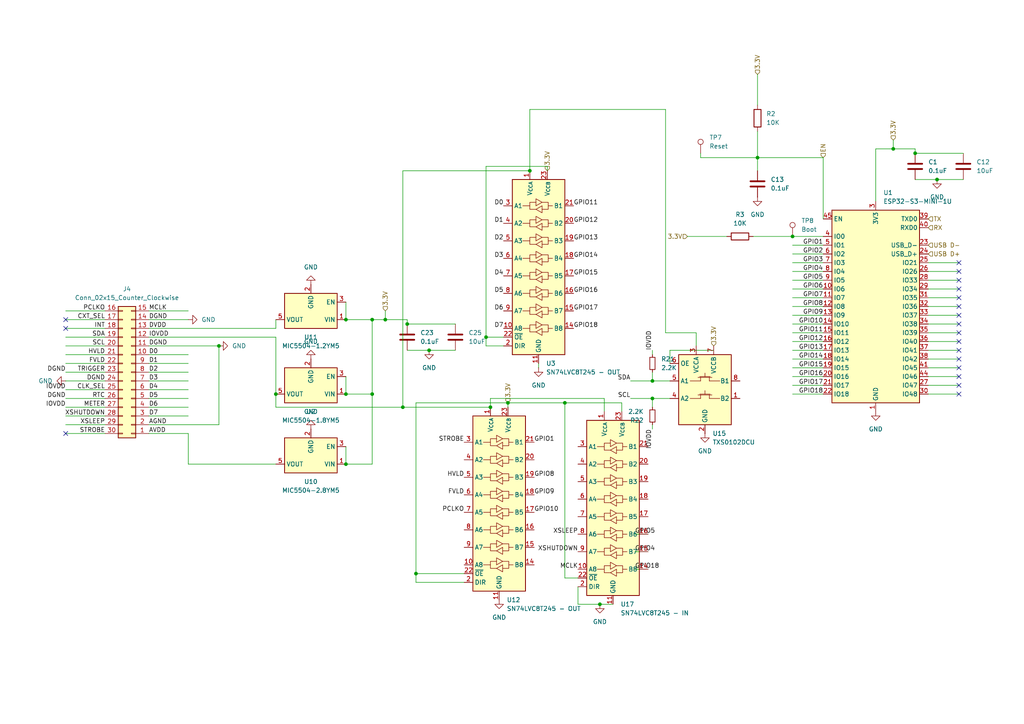
<source format=kicad_sch>
(kicad_sch (version 20250114) (generator "eeschema") (generator_version "9.0")
  (paper "A4")
  (title_block (title "WavePad CM4 Carrier Board - Camera") (rev "1"))
  (lib_symbols
    (symbol "Connector:TestPoint" (pin_numbers (hide yes)) (pin_names (offset 0.762) (hide yes))
      (property "Reference" "TP" (at 0 6.858 0))
      (property "Value" "TestPoint" (at 0 5.08 0))
      (symbol "TestPoint_0_1"
        (circle (center 0 3.302) (radius 0.762))
      )
      (symbol "TestPoint_1_1"
        (pin passive line (at 0 0 90) (length 2.54) (name "1") (number "1"))
      )
    )
    (symbol "Connector_Generic:Conn_02x15_Counter_Clockwise" (pin_names (offset 1.016) (hide yes))
      (property "Reference" "J" (at 1.27 20.32 0))
      (property "Value" "Conn_02x15_Counter_Clockwise" (at 1.27 -20.32 0))
      (symbol "Conn_02x15_Counter_Clockwise_1_1"
        (rectangle (start -1.27 19.05) (end 3.81 -19.05) (stroke (width 0.254)) (fill (type background)))
        (rectangle (start -1.27 17.907) (end 0 17.653) (stroke (width 0.1524)))
        (rectangle (start -1.27 15.367) (end 0 15.113) (stroke (width 0.1524)))
        (rectangle (start -1.27 12.827) (end 0 12.573) (stroke (width 0.1524)))
        (rectangle (start -1.27 10.287) (end 0 10.033) (stroke (width 0.1524)))
        (rectangle (start -1.27 7.747) (end 0 7.493) (stroke (width 0.1524)))
        (rectangle (start -1.27 5.207) (end 0 4.953) (stroke (width 0.1524)))
        (rectangle (start -1.27 2.667) (end 0 2.413) (stroke (width 0.1524)))
        (rectangle (start -1.27 0.127) (end 0 -0.127) (stroke (width 0.1524)))
        (rectangle (start -1.27 -2.413) (end 0 -2.667) (stroke (width 0.1524)))
        (rectangle (start -1.27 -4.953) (end 0 -5.207) (stroke (width 0.1524)))
        (rectangle (start -1.27 -7.493) (end 0 -7.747) (stroke (width 0.1524)))
        (rectangle (start -1.27 -10.033) (end 0 -10.287) (stroke (width 0.1524)))
        (rectangle (start -1.27 -12.573) (end 0 -12.827) (stroke (width 0.1524)))
        (rectangle (start -1.27 -15.113) (end 0 -15.367) (stroke (width 0.1524)))
        (rectangle (start -1.27 -17.653) (end 0 -17.907) (stroke (width 0.1524)))
        (rectangle (start 3.81 17.907) (end 2.54 17.653) (stroke (width 0.1524)))
        (rectangle (start 3.81 15.367) (end 2.54 15.113) (stroke (width 0.1524)))
        (rectangle (start 3.81 12.827) (end 2.54 12.573) (stroke (width 0.1524)))
        (rectangle (start 3.81 10.287) (end 2.54 10.033) (stroke (width 0.1524)))
        (rectangle (start 3.81 7.747) (end 2.54 7.493) (stroke (width 0.1524)))
        (rectangle (start 3.81 5.207) (end 2.54 4.953) (stroke (width 0.1524)))
        (rectangle (start 3.81 2.667) (end 2.54 2.413) (stroke (width 0.1524)))
        (rectangle (start 3.81 0.127) (end 2.54 -0.127) (stroke (width 0.1524)))
        (rectangle (start 3.81 -2.413) (end 2.54 -2.667) (stroke (width 0.1524)))
        (rectangle (start 3.81 -4.953) (end 2.54 -5.207) (stroke (width 0.1524)))
        (rectangle (start 3.81 -7.493) (end 2.54 -7.747) (stroke (width 0.1524)))
        (rectangle (start 3.81 -10.033) (end 2.54 -10.287) (stroke (width 0.1524)))
        (rectangle (start 3.81 -12.573) (end 2.54 -12.827) (stroke (width 0.1524)))
        (rectangle (start 3.81 -15.113) (end 2.54 -15.367) (stroke (width 0.1524)))
        (rectangle (start 3.81 -17.653) (end 2.54 -17.907) (stroke (width 0.1524)))
        (pin passive line (at -5.08 17.78 0) (length 3.81) (name "Pin_1") (number "1"))
        (pin passive line (at -5.08 15.24 0) (length 3.81) (name "Pin_2") (number "2"))
        (pin passive line (at -5.08 12.7 0) (length 3.81) (name "Pin_3") (number "3"))
        (pin passive line (at -5.08 10.16 0) (length 3.81) (name "Pin_4") (number "4"))
        (pin passive line (at -5.08 7.62 0) (length 3.81) (name "Pin_5") (number "5"))
        (pin passive line (at -5.08 5.08 0) (length 3.81) (name "Pin_6") (number "6"))
        (pin passive line (at -5.08 2.54 0) (length 3.81) (name "Pin_7") (number "7"))
        (pin passive line (at -5.08 0 0) (length 3.81) (name "Pin_8") (number "8"))
        (pin passive line (at -5.08 -2.54 0) (length 3.81) (name "Pin_9") (number "9"))
        (pin passive line (at -5.08 -5.08 0) (length 3.81) (name "Pin_10") (number "10"))
        (pin passive line (at -5.08 -7.62 0) (length 3.81) (name "Pin_11") (number "11"))
        (pin passive line (at -5.08 -10.16 0) (length 3.81) (name "Pin_12") (number "12"))
        (pin passive line (at -5.08 -12.7 0) (length 3.81) (name "Pin_13") (number "13"))
        (pin passive line (at -5.08 -15.24 0) (length 3.81) (name "Pin_14") (number "14"))
        (pin passive line (at -5.08 -17.78 0) (length 3.81) (name "Pin_15") (number "15"))
        (pin passive line (at 7.62 17.78 180) (length 3.81) (name "Pin_30") (number "30"))
        (pin passive line (at 7.62 15.24 180) (length 3.81) (name "Pin_29") (number "29"))
        (pin passive line (at 7.62 12.7 180) (length 3.81) (name "Pin_28") (number "28"))
        (pin passive line (at 7.62 10.16 180) (length 3.81) (name "Pin_27") (number "27"))
        (pin passive line (at 7.62 7.62 180) (length 3.81) (name "Pin_26") (number "26"))
        (pin passive line (at 7.62 5.08 180) (length 3.81) (name "Pin_25") (number "25"))
        (pin passive line (at 7.62 2.54 180) (length 3.81) (name "Pin_24") (number "24"))
        (pin passive line (at 7.62 0 180) (length 3.81) (name "Pin_23") (number "23"))
        (pin passive line (at 7.62 -2.54 180) (length 3.81) (name "Pin_22") (number "22"))
        (pin passive line (at 7.62 -5.08 180) (length 3.81) (name "Pin_21") (number "21"))
        (pin passive line (at 7.62 -7.62 180) (length 3.81) (name "Pin_20") (number "20"))
        (pin passive line (at 7.62 -10.16 180) (length 3.81) (name "Pin_19") (number "19"))
        (pin passive line (at 7.62 -12.7 180) (length 3.81) (name "Pin_18") (number "18"))
        (pin passive line (at 7.62 -15.24 180) (length 3.81) (name "Pin_17") (number "17"))
        (pin passive line (at 7.62 -17.78 180) (length 3.81) (name "Pin_16") (number "16"))
      )
    )
    (symbol "Device:C" (pin_numbers (hide yes)) (pin_names (offset 0.254))
      (property "Reference" "C" (at 0.635 2.54 0))
      (property "Value" "C" (at 0.635 -2.54 0))
      (symbol "C_0_1"
        (polyline (pts (xy -2.032 0.762) (xy 2.032 0.762)) (stroke (width 0.508)))
        (polyline (pts (xy -2.032 -0.762) (xy 2.032 -0.762)) (stroke (width 0.508)))
      )
      (symbol "C_1_1"
        (pin passive line (at 0 3.81 270) (length 2.794) (name "~") (number "1"))
        (pin passive line (at 0 -3.81 90) (length 2.794) (name "~") (number "2"))
      )
    )
    (symbol "Device:R" (pin_numbers (hide yes)) (pin_names (offset 0))
      (property "Reference" "R" (at 2.032 0 90))
      (property "Value" "R" (at 0 0 90))
      (symbol "R_0_1"
        (rectangle (start -1.016 -2.54) (end 1.016 2.54) (stroke (width 0.254)))
      )
      (symbol "R_1_1"
        (pin passive line (at 0 3.81 270) (length 1.27) (name "~") (number "1"))
        (pin passive line (at 0 -3.81 90) (length 1.27) (name "~") (number "2"))
      )
    )
    (symbol "Device:R_Small" (pin_numbers (hide yes)) (pin_names (offset 0.254) (hide yes))
      (property "Reference" "R" (at 0.762 0.508 0))
      (property "Value" "R_Small" (at 0.762 -1.016 0))
      (symbol "R_Small_0_1"
        (rectangle (start -0.762 1.778) (end 0.762 -1.778) (stroke (width 0.2032)))
      )
      (symbol "R_Small_1_1"
        (pin passive line (at 0 2.54 270) (length 0.762) (name "~") (number "1"))
        (pin passive line (at 0 -2.54 90) (length 0.762) (name "~") (number "2"))
      )
    )
    (symbol "Logic_LevelTranslator:SN74LVC8T245"
      (property "Reference" "U" (at -6.35 27.94 0))
      (property "Value" "SN74LVC8T245" (at 3.81 27.94 0))
      (symbol "SN74LVC8T245_0_1"
        (rectangle (start -7.62 25.4) (end 7.62 -25.4) (stroke (width 0.254)) (fill (type background)))
        (polyline (pts (xy -2.54 17.78) (xy -2.54 18.796) (xy -0.762 18.796)))
        (polyline (pts (xy -2.54 7.62) (xy -2.54 8.636) (xy -0.762 8.636)))
        (polyline (pts (xy -2.54 -2.54) (xy -2.54 -1.524) (xy -0.762 -1.524)))
        (polyline (pts (xy -2.54 -12.7) (xy -2.54 -11.684) (xy -0.762 -11.684)))
        (polyline (pts (xy -0.762 17.78) (xy -0.762 19.812) (xy 1.016 18.796) (xy -0.762 17.78)))
        (polyline (pts (xy -0.762 16.764) (xy -2.54 16.764) (xy -2.54 17.78) (xy -4.572 17.78)))
        (polyline (pts (xy -0.762 7.62) (xy -0.762 9.652) (xy 1.016 8.636) (xy -0.762 7.62)))
        (polyline (pts (xy -0.762 6.604) (xy -2.54 6.604) (xy -2.54 7.62) (xy -4.572 7.62)))
        (polyline (pts (xy -0.762 -2.54) (xy -0.762 -0.508) (xy 1.016 -1.524) (xy -0.762 -2.54)))
        (polyline (pts (xy -0.762 -3.556) (xy -2.54 -3.556) (xy -2.54 -2.54) (xy -4.572 -2.54)))
        (polyline (pts (xy -0.762 -12.7) (xy -0.762 -10.668) (xy 1.016 -11.684) (xy -0.762 -12.7)))
        (polyline (pts (xy -0.762 -13.716) (xy -2.54 -13.716) (xy -2.54 -12.7) (xy -4.572 -12.7)))
        (polyline (pts (xy 1.016 18.796) (xy 2.794 18.796) (xy 2.794 17.78) (xy 4.064 17.78)))
        (polyline (pts (xy 1.016 17.78) (xy 1.016 16.002) (xy 1.016 15.748) (xy -0.762 16.764) (xy 1.016 17.78)))
        (polyline (pts (xy 1.016 8.636) (xy 2.794 8.636) (xy 2.794 7.62) (xy 4.064 7.62)))
        (polyline (pts (xy 1.016 7.62) (xy 1.016 5.842) (xy 1.016 5.588) (xy -0.762 6.604) (xy 1.016 7.62)))
        (polyline (pts (xy 1.016 2.54) (xy 1.016 0.762) (xy 1.016 0.508) (xy -0.762 1.524) (xy 1.016 2.54)))
        (polyline (pts (xy 1.016 -1.524) (xy 2.794 -1.524) (xy 2.794 -2.54) (xy 4.064 -2.54)))
        (polyline (pts (xy 1.016 -2.54) (xy 1.016 -4.318) (xy 1.016 -4.572) (xy -0.762 -3.556) (xy 1.016 -2.54)))
        (polyline (pts (xy 1.016 -11.684) (xy 2.794 -11.684) (xy 2.794 -12.7) (xy 4.064 -12.7)))
        (polyline (pts (xy 1.016 -12.7) (xy 1.016 -14.478) (xy 1.016 -14.732) (xy -0.762 -13.716) (xy 1.016 -12.7)))
        (polyline (pts (xy 1.016 -17.78) (xy 1.016 -19.558) (xy 1.016 -19.812) (xy -0.762 -18.796) (xy 1.016 -17.78)))
        (polyline (pts (xy 2.794 17.78) (xy 2.794 16.764) (xy 1.016 16.764)))
        (polyline (pts (xy 2.794 7.62) (xy 2.794 6.604) (xy 1.016 6.604)))
        (polyline (pts (xy 2.794 -2.54) (xy 2.794 -3.556) (xy 1.016 -3.556)))
        (polyline (pts (xy 2.794 -12.7) (xy 2.794 -13.716) (xy 1.016 -13.716)))
      )
      (symbol "SN74LVC8T245_1_1"
        (polyline (pts (xy -2.54 12.7) (xy -2.54 13.716) (xy -0.762 13.716)))
        (polyline (pts (xy -2.54 2.54) (xy -2.54 3.556) (xy -0.762 3.556)))
        (polyline (pts (xy -2.54 -7.62) (xy -2.54 -6.604) (xy -0.762 -6.604)))
        (polyline (pts (xy -2.54 -17.78) (xy -2.54 -16.764) (xy -0.762 -16.764)))
        (polyline (pts (xy -0.762 12.7) (xy -0.762 14.732) (xy 1.016 13.716) (xy -0.762 12.7)))
        (polyline (pts (xy -0.762 11.684) (xy -2.54 11.684) (xy -2.54 12.7) (xy -4.572 12.7)))
        (polyline (pts (xy -0.762 2.54) (xy -0.762 4.572) (xy 1.016 3.556) (xy -0.762 2.54)))
        (polyline (pts (xy -0.762 1.524) (xy -2.54 1.524) (xy -2.54 2.54) (xy -4.572 2.54)))
        (polyline (pts (xy -0.762 -7.62) (xy -0.762 -5.588) (xy 1.016 -6.604) (xy -0.762 -7.62)))
        (polyline (pts (xy -0.762 -8.636) (xy -2.54 -8.636) (xy -2.54 -7.62) (xy -4.572 -7.62)))
        (polyline (pts (xy -0.762 -17.78) (xy -0.762 -15.748) (xy 1.016 -16.764) (xy -0.762 -17.78)))
        (polyline (pts (xy -0.762 -18.796) (xy -2.54 -18.796) (xy -2.54 -17.78) (xy -4.572 -17.78)))
        (polyline (pts (xy 1.016 13.716) (xy 2.794 13.716) (xy 2.794 12.7) (xy 4.064 12.7)))
        (polyline (pts (xy 1.016 12.7) (xy 1.016 10.922) (xy 1.016 10.668) (xy -0.762 11.684) (xy 1.016 12.7)))
        (polyline (pts (xy 1.016 3.556) (xy 2.794 3.556) (xy 2.794 2.54) (xy 4.064 2.54)))
        (polyline (pts (xy 1.016 -6.604) (xy 2.794 -6.604) (xy 2.794 -7.62) (xy 4.064 -7.62)))
        (polyline (pts (xy 1.016 -7.62) (xy 1.016 -9.398) (xy 1.016 -9.652) (xy -0.762 -8.636) (xy 1.016 -7.62)))
        (polyline (pts (xy 1.016 -16.764) (xy 2.794 -16.764) (xy 2.794 -17.78) (xy 4.064 -17.78)))
        (polyline (pts (xy 2.794 12.7) (xy 2.794 11.684) (xy 1.016 11.684)))
        (polyline (pts (xy 2.794 2.54) (xy 2.794 1.524) (xy 1.016 1.524)))
        (polyline (pts (xy 2.794 -7.62) (xy 2.794 -8.636) (xy 1.016 -8.636)))
        (polyline (pts (xy 2.794 -17.78) (xy 2.794 -18.796) (xy 1.016 -18.796)))
        (pin bidirectional line (at -10.16 17.78 0) (length 2.54) (name "A1") (number "3"))
        (pin bidirectional line (at -10.16 12.7 0) (length 2.54) (name "A2") (number "4"))
        (pin bidirectional line (at -10.16 7.62 0) (length 2.54) (name "A3") (number "5"))
        (pin bidirectional line (at -10.16 2.54 0) (length 2.54) (name "A4") (number "6"))
        (pin bidirectional line (at -10.16 -2.54 0) (length 2.54) (name "A5") (number "7"))
        (pin bidirectional line (at -10.16 -7.62 0) (length 2.54) (name "A6") (number "8"))
        (pin bidirectional line (at -10.16 -12.7 0) (length 2.54) (name "A7") (number "9"))
        (pin bidirectional line (at -10.16 -17.78 0) (length 2.54) (name "A8") (number "10"))
        (pin input line (at -10.16 -20.32 0) (length 2.54) (name "~{OE}") (number "22"))
        (pin input line (at -10.16 -22.86 0) (length 2.54) (name "DIR") (number "2"))
        (pin power_in line (at -2.54 27.94 270) (length 2.54) (name "V_{CCA}") (number "1"))
        (pin power_in line (at 0 -27.94 90) (length 2.54) (name "GND") (number "11"))
        (pin passive line (at 0 -27.94 90) (length 2.54) (hide yes) (name "GND") (number "12"))
        (pin passive line (at 0 -27.94 90) (length 2.54) (hide yes) (name "GND") (number "13"))
        (pin power_in line (at 2.54 27.94 270) (length 2.54) (name "V_{CCB}") (number "23"))
        (pin passive line (at 2.54 27.94 270) (length 2.54) (hide yes) (name "V_{CCB}") (number "24"))
        (pin bidirectional line (at 10.16 17.78 180) (length 2.54) (name "B1") (number "21"))
        (pin bidirectional line (at 10.16 12.7 180) (length 2.54) (name "B2") (number "20"))
        (pin bidirectional line (at 10.16 7.62 180) (length 2.54) (name "B3") (number "19"))
        (pin bidirectional line (at 10.16 2.54 180) (length 2.54) (name "B4") (number "18"))
        (pin bidirectional line (at 10.16 -2.54 180) (length 2.54) (name "B5") (number "17"))
        (pin bidirectional line (at 10.16 -7.62 180) (length 2.54) (name "B6") (number "16"))
        (pin bidirectional line (at 10.16 -12.7 180) (length 2.54) (name "B7") (number "15"))
        (pin bidirectional line (at 10.16 -17.78 180) (length 2.54) (name "B8") (number "14"))
      )
    )
    (symbol "Logic_LevelTranslator:TXS0102DCU"
      (property "Reference" "U" (at -6.35 11.43 0))
      (property "Value" "TXS0102DCU" (at 3.81 11.43 0))
      (symbol "TXS0102DCU_0_1"
        (rectangle (start -7.62 10.16) (end 7.62 -10.16) (stroke (width 0.254)) (fill (type background)))
        (polyline (pts (xy -4.318 -2.54) (xy -1.27 -2.54)))
        (polyline (pts (xy -2.032 -1.524) (xy 2.032 -1.524)))
        (polyline (pts (xy -1.524 -1.27) (xy 1.524 -1.27)))
        (polyline (pts (xy -1.27 -2.54) (xy -1.27 -1.524)))
        (polyline (pts (xy 0 -1.27) (xy 0 -0.254)))
        (polyline (pts (xy 1.27 -2.54) (xy 1.27 -1.524)))
        (polyline (pts (xy 4.318 -2.54) (xy 1.27 -2.54)))
      )
      (symbol "TXS0102DCU_1_1"
        (polyline (pts (xy -4.318 2.54) (xy -1.27 2.54)))
        (polyline (pts (xy -2.032 3.556) (xy 2.032 3.556)))
        (polyline (pts (xy -1.524 3.81) (xy 1.524 3.81)))
        (polyline (pts (xy -1.27 2.54) (xy -1.27 3.556)))
        (polyline (pts (xy 0 3.81) (xy 0 4.826)))
        (polyline (pts (xy 1.27 2.54) (xy 1.27 3.556)))
        (polyline (pts (xy 4.318 2.54) (xy 1.27 2.54)))
        (pin input line (at -10.16 7.62 0) (length 2.54) (name "OE") (number "6"))
        (pin bidirectional line (at -10.16 2.54 0) (length 2.54) (name "A1") (number "5"))
        (pin bidirectional line (at -10.16 -2.54 0) (length 2.54) (name "A2") (number "4"))
        (pin power_in line (at -2.54 12.7 270) (length 2.54) (name "VCCA") (number "3"))
        (pin power_in line (at 0 -12.7 90) (length 2.54) (name "GND") (number "2"))
        (pin power_in line (at 2.54 12.7 270) (length 2.54) (name "VCCB") (number "7"))
        (pin bidirectional line (at 10.16 2.54 180) (length 2.54) (name "B1") (number "8"))
        (pin bidirectional line (at 10.16 -2.54 180) (length 2.54) (name "B2") (number "1"))
      )
    )
    (symbol "RF_Module:ESP32-S3-MINI-1U"
      (property "Reference" "U" (at -11.43 29.21 0))
      (property "Value" "ESP32-S3-MINI-1U" (at 12.7 29.21 0))
      (symbol "ESP32-S3-MINI-1U_0_1"
        (rectangle (start -12.7 27.94) (end 12.7 -27.94) (stroke (width 0.254)) (fill (type background)))
      )
      (symbol "ESP32-S3-MINI-1U_1_1"
        (pin input line (at -15.24 25.4 0) (length 2.54) (name "EN") (number "45"))
        (pin bidirectional line (at -15.24 20.32 0) (length 2.54) (name "IO0") (number "4"))
        (pin bidirectional line (at -15.24 17.78 0) (length 2.54) (name "IO1") (number "5"))
        (pin bidirectional line (at -15.24 15.24 0) (length 2.54) (name "IO2") (number "6"))
        (pin bidirectional line (at -15.24 12.7 0) (length 2.54) (name "IO3") (number "7"))
        (pin bidirectional line (at -15.24 10.16 0) (length 2.54) (name "IO4") (number "8"))
        (pin bidirectional line (at -15.24 7.62 0) (length 2.54) (name "IO5") (number "9"))
        (pin bidirectional line (at -15.24 5.08 0) (length 2.54) (name "IO6") (number "10"))
        (pin bidirectional line (at -15.24 2.54 0) (length 2.54) (name "IO7") (number "11"))
        (pin bidirectional line (at -15.24 0 0) (length 2.54) (name "IO8") (number "12"))
        (pin bidirectional line (at -15.24 -2.54 0) (length 2.54) (name "IO9") (number "13"))
        (pin bidirectional line (at -15.24 -5.08 0) (length 2.54) (name "IO10") (number "14"))
        (pin bidirectional line (at -15.24 -7.62 0) (length 2.54) (name "IO11") (number "15"))
        (pin bidirectional line (at -15.24 -10.16 0) (length 2.54) (name "IO12") (number "16"))
        (pin bidirectional line (at -15.24 -12.7 0) (length 2.54) (name "IO13") (number "17"))
        (pin bidirectional line (at -15.24 -15.24 0) (length 2.54) (name "IO14") (number "18"))
        (pin bidirectional line (at -15.24 -17.78 0) (length 2.54) (name "IO15") (number "19"))
        (pin bidirectional line (at -15.24 -20.32 0) (length 2.54) (name "IO16") (number "20"))
        (pin bidirectional line (at -15.24 -22.86 0) (length 2.54) (name "IO17") (number "21"))
        (pin bidirectional line (at -15.24 -25.4 0) (length 2.54) (name "IO18") (number "22"))
        (pin power_in line (at 0 30.48 270) (length 2.54) (name "3V3") (number "3"))
        (pin power_in line (at 0 -30.48 90) (length 2.54) (name "GND") (number "1"))
        (pin passive line (at 0 -30.48 90) (length 2.54) (hide yes) (name "GND") (number "2"))
        (pin passive line (at 0 -30.48 90) (length 2.54) (hide yes) (name "GND") (number "42"))
        (pin passive line (at 0 -30.48 90) (length 2.54) (hide yes) (name "GND") (number "43"))
        (pin passive line (at 0 -30.48 90) (length 2.54) (hide yes) (name "GND") (number "46"))
        (pin passive line (at 0 -30.48 90) (length 2.54) (hide yes) (name "GND") (number "47"))
        (pin passive line (at 0 -30.48 90) (length 2.54) (hide yes) (name "GND") (number "48"))
        (pin passive line (at 0 -30.48 90) (length 2.54) (hide yes) (name "GND") (number "49"))
        (pin passive line (at 0 -30.48 90) (length 2.54) (hide yes) (name "GND") (number "50"))
        (pin passive line (at 0 -30.48 90) (length 2.54) (hide yes) (name "GND") (number "51"))
        (pin passive line (at 0 -30.48 90) (length 2.54) (hide yes) (name "GND") (number "52"))
        (pin passive line (at 0 -30.48 90) (length 2.54) (hide yes) (name "GND") (number "53"))
        (pin passive line (at 0 -30.48 90) (length 2.54) (hide yes) (name "GND") (number "54"))
        (pin passive line (at 0 -30.48 90) (length 2.54) (hide yes) (name "GND") (number "55"))
        (pin passive line (at 0 -30.48 90) (length 2.54) (hide yes) (name "GND") (number "56"))
        (pin passive line (at 0 -30.48 90) (length 2.54) (hide yes) (name "GND") (number "57"))
        (pin passive line (at 0 -30.48 90) (length 2.54) (hide yes) (name "GND") (number "58"))
        (pin passive line (at 0 -30.48 90) (length 2.54) (hide yes) (name "GND") (number "59"))
        (pin passive line (at 0 -30.48 90) (length 2.54) (hide yes) (name "GND") (number "60"))
        (pin passive line (at 0 -30.48 90) (length 2.54) (hide yes) (name "GND") (number "61"))
        (pin passive line (at 0 -30.48 90) (length 2.54) (hide yes) (name "GND") (number "62"))
        (pin passive line (at 0 -30.48 90) (length 2.54) (hide yes) (name "GND") (number "63"))
        (pin passive line (at 0 -30.48 90) (length 2.54) (hide yes) (name "GND") (number "64"))
        (pin passive line (at 0 -30.48 90) (length 2.54) (hide yes) (name "GND") (number "65"))
        (pin bidirectional line (at 15.24 25.4 180) (length 2.54) (name "TXD0") (number "39"))
        (pin bidirectional line (at 15.24 22.86 180) (length 2.54) (name "RXD0") (number "40"))
        (pin bidirectional line (at 15.24 17.78 180) (length 2.54) (name "USB_D-") (number "23"))
        (pin bidirectional line (at 15.24 15.24 180) (length 2.54) (name "USB_D+") (number "24"))
        (pin bidirectional line (at 15.24 12.7 180) (length 2.54) (name "IO21") (number "25"))
        (pin bidirectional line (at 15.24 10.16 180) (length 2.54) (name "IO26") (number "26"))
        (pin bidirectional line (at 15.24 7.62 180) (length 2.54) (name "IO33") (number "28"))
        (pin bidirectional line (at 15.24 5.08 180) (length 2.54) (name "IO34") (number "29"))
        (pin bidirectional line (at 15.24 2.54 180) (length 2.54) (name "IO35") (number "31"))
        (pin bidirectional line (at 15.24 0 180) (length 2.54) (name "IO36") (number "32"))
        (pin bidirectional line (at 15.24 -2.54 180) (length 2.54) (name "IO37") (number "33"))
        (pin bidirectional line (at 15.24 -5.08 180) (length 2.54) (name "IO38") (number "34"))
        (pin bidirectional line (at 15.24 -7.62 180) (length 2.54) (name "IO39") (number "35"))
        (pin bidirectional line (at 15.24 -10.16 180) (length 2.54) (name "IO40") (number "36"))
        (pin bidirectional line (at 15.24 -12.7 180) (length 2.54) (name "IO41") (number "37"))
        (pin bidirectional line (at 15.24 -15.24 180) (length 2.54) (name "IO42") (number "38"))
        (pin bidirectional line (at 15.24 -17.78 180) (length 2.54) (name "IO45") (number "41"))
        (pin bidirectional line (at 15.24 -20.32 180) (length 2.54) (name "IO46") (number "44"))
        (pin bidirectional line (at 15.24 -22.86 180) (length 2.54) (name "IO47") (number "27"))
        (pin bidirectional line (at 15.24 -25.4 180) (length 2.54) (name "IO48") (number "30"))
      )
    )
    (symbol "Regulator_Linear:MIC5504-1.2YM5"
      (property "Reference" "U" (at -7.62 8.89 0))
      (property "Value" "MIC5504-1.2YM5" (at -7.62 6.35 0))
      (symbol "MIC5504-1.2YM5_0_1"
        (rectangle (start -7.62 -5.08) (end 7.62 5.08) (stroke (width 0.254)) (fill (type background)))
      )
      (symbol "MIC5504-1.2YM5_1_1"
        (pin power_in line (at -10.16 2.54 0) (length 2.54) (name "VIN") (number "1"))
        (pin input line (at -10.16 -2.54 0) (length 2.54) (name "EN") (number "3"))
        (pin power_in line (at 0 -7.62 90) (length 2.54) (name "GND") (number "2"))
        (pin no_connect line (at 7.62 -2.54 180) (length 2.54) (hide yes) (name "NC") (number "4"))
        (pin power_out line (at 10.16 2.54 180) (length 2.54) (name "VOUT") (number "5"))
      )
    )
    (symbol "Regulator_Linear:MIC5504-1.8YM5"
      (property "Reference" "U" (at -7.62 8.89 0))
      (property "Value" "MIC5504-1.8YM5" (at -7.62 6.35 0))
      (symbol "MIC5504-1.8YM5_0_1"
        (rectangle (start -7.62 -5.08) (end 7.62 5.08) (stroke (width 0.254)) (fill (type background)))
      )
      (symbol "MIC5504-1.8YM5_1_1"
        (pin power_in line (at -10.16 2.54 0) (length 2.54) (name "VIN") (number "1"))
        (pin input line (at -10.16 -2.54 0) (length 2.54) (name "EN") (number "3"))
        (pin power_in line (at 0 -7.62 90) (length 2.54) (name "GND") (number "2"))
        (pin no_connect line (at 7.62 -2.54 180) (length 2.54) (hide yes) (name "NC") (number "4"))
        (pin power_out line (at 10.16 2.54 180) (length 2.54) (name "VOUT") (number "5"))
      )
    )
    (symbol "Regulator_Linear:MIC5504-2.8YM5"
      (property "Reference" "U" (at -7.62 8.89 0))
      (property "Value" "MIC5504-2.8YM5" (at -7.62 6.35 0))
      (symbol "MIC5504-2.8YM5_0_1"
        (rectangle (start -7.62 -5.08) (end 7.62 5.08) (stroke (width 0.254)) (fill (type background)))
      )
      (symbol "MIC5504-2.8YM5_1_1"
        (pin power_in line (at -10.16 2.54 0) (length 2.54) (name "VIN") (number "1"))
        (pin input line (at -10.16 -2.54 0) (length 2.54) (name "EN") (number "3"))
        (pin power_in line (at 0 -7.62 90) (length 2.54) (name "GND") (number "2"))
        (pin no_connect line (at 7.62 -2.54 180) (length 2.54) (hide yes) (name "NC") (number "4"))
        (pin power_out line (at 10.16 2.54 180) (length 2.54) (name "VOUT") (number "5"))
      )
    )
    (symbol "power:GND" (power) (pin_numbers (hide yes)) (pin_names (offset 0) (hide yes))
      (property "Value" "GND" (at 0 -3.81 0))
      (symbol "GND_0_1"
        (polyline (pts (xy 0 0) (xy 0 -1.27) (xy 1.27 -1.27) (xy 0 -2.54) (xy -1.27 -1.27) (xy 0 -1.27)))
      )
      (symbol "GND_1_1"
        (pin power_in line (at 0 0 270) (length 0) (name "~") (number "1"))
      )
    )
  )
  (junction (at 259.08 43.18))
  (junction (at 140.97 97.79))
  (junction (at 111.76 92.71))
  (junction (at 189.23 110.49))
  (junction (at 189.23 115.57))
  (junction (at 100.33 114.3))
  (junction (at 100.33 92.71))
  (junction (at 163.83 116.84))
  (junction (at 124.46 101.6))
  (junction (at 265.43 44.45))
  (junction (at 118.11 93.98))
  (junction (at 107.95 92.71))
  (junction (at 147.32 116.84))
  (junction (at 173.99 175.26))
  (junction (at 80.01 114.3))
  (junction (at 153.67 49.53))
  (junction (at 142.24 118.11))
  (junction (at 229.87 68.58))
  (junction (at 107.95 114.3))
  (junction (at 116.84 118.11))
  (junction (at 100.33 134.62))
  (junction (at 63.5 100.33))
  (junction (at 271.78 52.07))
  (junction (at 219.71 45.72))
  (junction (at 120.65 166.37))
  (no_connect (at 278.13 114.3))
  (no_connect (at 278.13 86.36))
  (no_connect (at 278.13 109.22))
  (no_connect (at 278.13 93.98))
  (no_connect (at 19.05 125.73))
  (no_connect (at 278.13 78.74))
  (no_connect (at 278.13 83.82))
  (no_connect (at 278.13 76.2))
  (no_connect (at 278.13 106.68))
  (no_connect (at 278.13 104.14))
  (no_connect (at 19.05 95.25))
  (no_connect (at 278.13 81.28))
  (no_connect (at 278.13 99.06))
  (no_connect (at 278.13 101.6))
  (no_connect (at 278.13 91.44))
  (no_connect (at 278.13 88.9))
  (no_connect (at 19.05 92.71))
  (no_connect (at 278.13 111.76))
  (no_connect (at 278.13 96.52))
  (wire (pts (xy 229.87 73.66) (xy 238.76 73.66)))
  (wire (pts (xy 120.65 116.84) (xy 147.32 116.84)))
  (wire (pts (xy 43.18 118.11) (xy 54.61 118.11)))
  (wire (pts (xy 19.05 123.19) (xy 30.48 123.19)))
  (wire (pts (xy 269.24 106.68) (xy 278.13 106.68)))
  (wire (pts (xy 269.24 101.6) (xy 278.13 101.6)))
  (wire (pts (xy 229.87 114.3) (xy 238.76 114.3)))
  (wire (pts (xy 43.18 115.57) (xy 54.61 115.57)))
  (wire (pts (xy 265.43 52.07) (xy 271.78 52.07)))
  (wire (pts (xy 118.11 101.6) (xy 124.46 101.6)))
  (wire (pts (xy 269.24 111.76) (xy 278.13 111.76)))
  (wire (pts (xy 229.87 76.2) (xy 238.76 76.2)))
  (wire (pts (xy 219.71 21.59) (xy 219.71 30.48)))
  (wire (pts (xy 142.24 118.11) (xy 142.24 115.57)))
  (wire (pts (xy 167.64 175.26) (xy 173.99 175.26)))
  (wire (pts (xy 146.05 100.33) (xy 140.97 100.33)))
  (wire (pts (xy 163.83 167.64) (xy 163.83 116.84)))
  (wire (pts (xy 134.62 166.37) (xy 120.65 166.37)))
  (wire (pts (xy 271.78 52.07) (xy 279.4 52.07)))
  (wire (pts (xy 54.61 134.62) (xy 54.61 125.73)))
  (wire (pts (xy 107.95 92.71) (xy 111.76 92.71)))
  (wire (pts (xy 182.88 115.57) (xy 189.23 115.57)))
  (wire (pts (xy 107.95 92.71) (xy 107.95 114.3)))
  (wire (pts (xy 201.93 96.52) (xy 201.93 100.33)))
  (wire (pts (xy 269.24 76.2) (xy 278.13 76.2)))
  (wire (pts (xy 193.04 31.75) (xy 193.04 96.52)))
  (wire (pts (xy 207.01 101.6) (xy 194.31 101.6)))
  (wire (pts (xy 177.8 175.26) (xy 173.99 175.26)))
  (wire (pts (xy 43.18 102.87) (xy 54.61 102.87)))
  (wire (pts (xy 107.95 114.3) (xy 107.95 134.62)))
  (wire (pts (xy 265.43 43.18) (xy 265.43 44.45)))
  (wire (pts (xy 134.62 168.91) (xy 120.65 168.91)))
  (wire (pts (xy 100.33 129.54) (xy 100.33 134.62)))
  (wire (pts (xy 189.23 101.6) (xy 189.23 102.87)))
  (wire (pts (xy 19.05 90.17) (xy 30.48 90.17)))
  (wire (pts (xy 153.67 31.75) (xy 193.04 31.75)))
  (wire (pts (xy 199.39 68.58) (xy 210.82 68.58)))
  (wire (pts (xy 19.05 118.11) (xy 30.48 118.11)))
  (wire (pts (xy 19.05 97.79) (xy 30.48 97.79)))
  (wire (pts (xy 19.05 92.71) (xy 30.48 92.71)))
  (wire (pts (xy 187.96 160.02) (xy 184.15 160.02)))
  (wire (pts (xy 100.33 109.22) (xy 100.33 114.3)))
  (wire (pts (xy 269.24 99.06) (xy 278.13 99.06)))
  (wire (pts (xy 140.97 48.26) (xy 158.75 48.26)))
  (wire (pts (xy 229.87 81.28) (xy 238.76 81.28)))
  (wire (pts (xy 43.18 100.33) (xy 63.5 100.33)))
  (wire (pts (xy 100.33 134.62) (xy 107.95 134.62)))
  (wire (pts (xy 19.05 100.33) (xy 30.48 100.33)))
  (wire (pts (xy 140.97 97.79) (xy 140.97 48.26)))
  (wire (pts (xy 189.23 107.95) (xy 189.23 110.49)))
  (wire (pts (xy 269.24 83.82) (xy 278.13 83.82)))
  (wire (pts (xy 259.08 43.18) (xy 265.43 43.18)))
  (wire (pts (xy 19.05 120.65) (xy 30.48 120.65)))
  (wire (pts (xy 43.18 107.95) (xy 54.61 107.95)))
  (wire (pts (xy 175.26 115.57) (xy 175.26 119.38)))
  (wire (pts (xy 229.87 91.44) (xy 238.76 91.44)))
  (wire (pts (xy 238.76 45.72) (xy 219.71 45.72)))
  (wire (pts (xy 80.01 118.11) (xy 80.01 114.3)))
  (wire (pts (xy 80.01 114.3) (xy 80.01 97.79)))
  (wire (pts (xy 229.87 101.6) (xy 238.76 101.6)))
  (wire (pts (xy 269.24 114.3) (xy 278.13 114.3)))
  (wire (pts (xy 142.24 118.11) (xy 116.84 118.11)))
  (wire (pts (xy 43.18 110.49) (xy 54.61 110.49)))
  (wire (pts (xy 269.24 93.98) (xy 278.13 93.98)))
  (wire (pts (xy 229.87 109.22) (xy 238.76 109.22)))
  (wire (pts (xy 120.65 166.37) (xy 120.65 116.84)))
  (wire (pts (xy 43.18 95.25) (xy 80.01 95.25)))
  (wire (pts (xy 238.76 45.72) (xy 238.76 63.5)))
  (wire (pts (xy 269.24 109.22) (xy 278.13 109.22)))
  (wire (pts (xy 54.61 125.73) (xy 43.18 125.73)))
  (wire (pts (xy 254 58.42) (xy 254 43.18)))
  (wire (pts (xy 80.01 97.79) (xy 43.18 97.79)))
  (wire (pts (xy 153.67 49.53) (xy 116.84 49.53)))
  (wire (pts (xy 229.87 93.98) (xy 238.76 93.98)))
  (wire (pts (xy 193.04 96.52) (xy 201.93 96.52)))
  (wire (pts (xy 118.11 93.98) (xy 132.08 93.98)))
  (wire (pts (xy 19.05 95.25) (xy 30.48 95.25)))
  (wire (pts (xy 19.05 110.49) (xy 30.48 110.49)))
  (wire (pts (xy 100.33 92.71) (xy 107.95 92.71)))
  (wire (pts (xy 229.87 111.76) (xy 238.76 111.76)))
  (wire (pts (xy 229.87 83.82) (xy 238.76 83.82)))
  (wire (pts (xy 269.24 78.74) (xy 278.13 78.74)))
  (wire (pts (xy 269.24 104.14) (xy 278.13 104.14)))
  (wire (pts (xy 100.33 114.3) (xy 107.95 114.3)))
  (wire (pts (xy 19.05 107.95) (xy 30.48 107.95)))
  (wire (pts (xy 229.87 88.9) (xy 238.76 88.9)))
  (wire (pts (xy 219.71 45.72) (xy 203.2 45.72)))
  (wire (pts (xy 219.71 38.1) (xy 219.71 45.72)))
  (wire (pts (xy 229.87 106.68) (xy 238.76 106.68)))
  (wire (pts (xy 153.67 49.53) (xy 153.67 31.75)))
  (wire (pts (xy 229.87 99.06) (xy 238.76 99.06)))
  (wire (pts (xy 142.24 115.57) (xy 175.26 115.57)))
  (wire (pts (xy 120.65 166.37) (xy 120.65 168.91)))
  (wire (pts (xy 43.18 123.19) (xy 63.5 123.19)))
  (wire (pts (xy 43.18 92.71) (xy 54.61 92.71)))
  (wire (pts (xy 187.96 154.94) (xy 184.15 154.94)))
  (wire (pts (xy 118.11 92.71) (xy 118.11 93.98)))
  (wire (pts (xy 124.46 101.6) (xy 132.08 101.6)))
  (wire (pts (xy 19.05 115.57) (xy 30.48 115.57)))
  (wire (pts (xy 167.64 170.18) (xy 167.64 175.26)))
  (wire (pts (xy 218.44 68.58) (xy 229.87 68.58)))
  (wire (pts (xy 182.88 110.49) (xy 189.23 110.49)))
  (wire (pts (xy 158.75 48.26) (xy 158.75 49.53)))
  (wire (pts (xy 203.2 45.72) (xy 203.2 44.45)))
  (wire (pts (xy 19.05 105.41) (xy 30.48 105.41)))
  (wire (pts (xy 259.08 40.64) (xy 259.08 43.18)))
  (wire (pts (xy 180.34 116.84) (xy 180.34 119.38)))
  (wire (pts (xy 163.83 116.84) (xy 180.34 116.84)))
  (wire (pts (xy 265.43 44.45) (xy 279.4 44.45)))
  (wire (pts (xy 229.87 68.58) (xy 238.76 68.58)))
  (wire (pts (xy 43.18 120.65) (xy 54.61 120.65)))
  (wire (pts (xy 116.84 118.11) (xy 80.01 118.11)))
  (wire (pts (xy 146.05 97.79) (xy 140.97 97.79)))
  (wire (pts (xy 19.05 102.87) (xy 30.48 102.87)))
  (wire (pts (xy 116.84 49.53) (xy 116.84 118.11)))
  (wire (pts (xy 43.18 113.03) (xy 54.61 113.03)))
  (wire (pts (xy 269.24 81.28) (xy 278.13 81.28)))
  (wire (pts (xy 140.97 100.33) (xy 140.97 97.79)))
  (wire (pts (xy 189.23 124.46) (xy 189.23 123.19)))
  (wire (pts (xy 269.24 88.9) (xy 278.13 88.9)))
  (wire (pts (xy 269.24 86.36) (xy 278.13 86.36)))
  (wire (pts (xy 43.18 90.17) (xy 54.61 90.17)))
  (wire (pts (xy 219.71 45.72) (xy 219.71 49.53)))
  (wire (pts (xy 229.87 71.12) (xy 238.76 71.12)))
  (wire (pts (xy 43.18 105.41) (xy 54.61 105.41)))
  (wire (pts (xy 194.31 101.6) (xy 194.31 105.41)))
  (wire (pts (xy 229.87 86.36) (xy 238.76 86.36)))
  (wire (pts (xy 147.32 116.84) (xy 147.32 118.11)))
  (wire (pts (xy 111.76 90.17) (xy 111.76 92.71)))
  (wire (pts (xy 147.32 116.84) (xy 163.83 116.84)))
  (wire (pts (xy 189.23 115.57) (xy 189.23 118.11)))
  (wire (pts (xy 254 43.18) (xy 259.08 43.18)))
  (wire (pts (xy 100.33 87.63) (xy 100.33 92.71)))
  (wire (pts (xy 156.21 105.41) (xy 156.21 106.68)))
  (wire (pts (xy 19.05 113.03) (xy 30.48 113.03)))
  (wire (pts (xy 19.05 125.73) (xy 30.48 125.73)))
  (wire (pts (xy 269.24 91.44) (xy 278.13 91.44)))
  (wire (pts (xy 189.23 115.57) (xy 194.31 115.57)))
  (wire (pts (xy 229.87 96.52) (xy 238.76 96.52)))
  (wire (pts (xy 111.76 92.71) (xy 118.11 92.71)))
  (wire (pts (xy 229.87 78.74) (xy 238.76 78.74)))
  (wire (pts (xy 63.5 100.33) (xy 63.5 123.19)))
  (wire (pts (xy 189.23 110.49) (xy 194.31 110.49)))
  (wire (pts (xy 229.87 104.14) (xy 238.76 104.14)))
  (wire (pts (xy 167.64 167.64) (xy 163.83 167.64)))
  (wire (pts (xy 80.01 134.62) (xy 54.61 134.62)))
  (wire (pts (xy 80.01 92.71) (xy 80.01 95.25)))
  (wire (pts (xy 269.24 96.52) (xy 278.13 96.52)))
  (wire (pts (xy 187.96 165.1) (xy 184.15 165.1)))
  (label "GPIO3" (at 238.76 76.2 180))
  (label "HVLD" (at 30.48 102.87 180))
  (label "D0" (at 146.05 59.69 180))
  (label "FVLD" (at 30.48 105.41 180))
  (label "GPIO11" (at 166.37 59.69 0))
  (label "D1" (at 43.18 105.41 0))
  (label "PCLKO" (at 134.62 148.59 180))
  (label "GPIO5" (at 238.76 81.28 180))
  (label "GPIO10" (at 154.94 148.59 0))
  (label "D3" (at 43.18 110.49 0))
  (label "GPIO6" (at 238.76 83.82 180))
  (label "D2" (at 43.18 107.95 0))
  (label "CLK_SEL" (at 30.48 113.03 180))
  (label "AVDD" (at 43.18 125.73 0))
  (label "D5" (at 43.18 115.57 0))
  (label "GPIO4" (at 238.76 78.74 180))
  (label "GPIO13" (at 238.76 101.6 180))
  (label "GPIO9" (at 238.76 91.44 180))
  (label "STROBE" (at 30.48 125.73 180))
  (label "HVLD" (at 134.62 138.43 180))
  (label "D2" (at 146.05 69.85 180))
  (label "XSLEEP" (at 30.48 123.19 180))
  (label "GPIO17" (at 166.37 90.17 0))
  (label "SCL" (at 30.48 100.33 180))
  (label "D4" (at 146.05 80.01 180))
  (label "INT" (at 30.48 95.25 180))
  (label "D0" (at 43.18 102.87 0))
  (label "GPIO1" (at 238.76 71.12 180))
  (label "GPIO16" (at 166.37 85.09 0))
  (label "DGND" (at 19.05 115.57 180))
  (label "XSHUTDOWN" (at 30.48 120.65 180))
  (label "GPIO13" (at 166.37 69.85 0))
  (label "CXT_SEL" (at 30.48 92.71 180))
  (label "DGND" (at 30.48 110.49 180))
  (label "GPIO1" (at 154.94 128.27 0))
  (label "RTC" (at 30.48 115.57 180))
  (label "GPIO8" (at 238.76 88.9 180))
  (label "METER" (at 30.48 118.11 180))
  (label "D6" (at 43.18 118.11 0))
  (label "SCL" (at 182.88 115.57 180))
  (label "GPIO9" (at 154.94 143.51 0))
  (label "GPIO8" (at 154.94 138.43 0))
  (label "D4" (at 43.18 113.03 0))
  (label "GPIO12" (at 238.76 99.06 180))
  (label "D5" (at 146.05 85.09 180))
  (label "XSHUTDOWN" (at 167.64 160.02 180))
  (label "GPIO4" (at 184.15 160.02 0))
  (label "IOVDD" (at 19.05 118.11 180))
  (label "XSLEEP" (at 167.64 154.94 180))
  (label "GPIO18" (at 238.76 114.3 180))
  (label "GPIO18" (at 184.15 165.1 0))
  (label "IOVDD" (at 43.18 97.79 0))
  (label "GPIO14" (at 166.37 74.93 0))
  (label "PCLKO" (at 30.48 90.17 180))
  (label "IOVDD" (at 189.23 124.46 270))
  (label "GPIO11" (at 238.76 96.52 180))
  (label "DGND" (at 43.18 92.71 0))
  (label "GPIO2" (at 238.76 73.66 180))
  (label "IOVDD" (at 19.05 113.03 180))
  (label "GPIO14" (at 238.76 104.14 180))
  (label "GPIO16" (at 238.76 109.22 180))
  (label "GPIO12" (at 166.37 64.77 0))
  (label "D1" (at 146.05 64.77 180))
  (label "GPIO15" (at 166.37 80.01 0))
  (label "DVDD" (at 43.18 95.25 0))
  (label "GPIO10" (at 238.76 93.98 180))
  (label "GPIO17" (at 238.76 111.76 180))
  (label "DGND" (at 43.18 100.33 0))
  (label "SDA" (at 30.48 97.79 180))
  (label "SDA" (at 182.88 110.49 180))
  (label "AGND" (at 43.18 123.19 0))
  (label "STROBE" (at 134.62 128.27 180))
  (label "DGND" (at 19.05 107.95 180))
  (label "GPIO15" (at 238.76 106.68 180))
  (label "MCLK" (at 43.18 90.17 0))
  (label "GPIO5" (at 184.15 154.94 0))
  (label "IOVDD" (at 189.23 101.6 90))
  (label "TRIGGER" (at 30.48 107.95 180))
  (label "D7" (at 146.05 95.25 180))
  (label "GPIO18" (at 166.37 95.25 0))
  (label "GPIO7" (at 238.76 86.36 180))
  (label "D7" (at 43.18 120.65 0))
  (label "D6" (at 146.05 90.17 180))
  (label "D3" (at 146.05 74.93 180))
  (label "MCLK" (at 167.64 165.1 180))
  (label "FVLD" (at 134.62 143.51 180))
  (hierarchical_label "RX" (shape input) (at 269.24 66.04 0))
  (hierarchical_label "USB D-" (shape input) (at 269.24 71.12 0))
  (hierarchical_label "EN" (shape input) (at 238.76 45.72 90))
  (hierarchical_label "3.3V" (shape input) (at 259.08 40.64 90))
  (hierarchical_label "USB D+" (shape input) (at 269.24 73.66 0))
  (hierarchical_label "3.3V" (shape input) (at 158.75 49.53 90))
  (hierarchical_label "TX" (shape input) (at 269.24 63.5 0))
  (hierarchical_label "3.3V" (shape input) (at 111.76 90.17 90))
  (hierarchical_label "3.3V" (shape input) (at 207.01 100.33 90))
  (hierarchical_label "3.3V" (shape input) (at 219.71 21.59 90))
  (hierarchical_label "3.3V" (shape input) (at 147.32 116.84 90))
  (hierarchical_label "3.3V" (shape input) (at 199.39 68.58 180))
  (symbol (lib_id "Device:R") (at 219.71 34.29 0) (unit 1)
    (property "Reference" "R2" (at 222.25 33.0199 0) (effects (justify left)))
    (property "Value" "10K" (at 222.25 35.5599 0) (effects (justify left)))
    (property "Footprint" "Resistor_SMD:R_0402_1005Metric" (effects (hide yes)))
    (property "Description" "Resistor" (effects (hide yes)))
  )
  (symbol (lib_id "RF_Module:ESP32-S3-MINI-1U") (at 254 88.9 0) (unit 1)
    (property "Reference" "U1" (at 256.1941 55.88 0) (effects (justify left)))
    (property "Value" "ESP32-S3-MINI-1U" (at 256.1941 58.42 0) (effects (justify left)))
    (property "Footprint" "RF_Module:ESP32-S2-MINI-1U" (effects (hide yes)))
    (property "Datasheet" "https://www.espressif.com/sites/default/files/documentation/esp32-s3-mini-1_mini-1u_datasheet_en.pdf" (effects (hide yes)))
    (property "Description" "RF Module, ESP32-S3 SoC, Wi-Fi 802.11b/g/n, Bluetooth, BLE, 32-bit, 3.3V, SMD, external antenna" (effects (hide yes)))
  )
  (symbol (lib_id "power:GND") (at 54.61 92.71 90) (unit 1)
    (property "Reference" "#PWR016" (effects (hide yes)))
    (property "Value" "GND" (at 58.42 92.7099 90) (effects (justify right)))
    (property "Description" "Power symbol creates a global label with name \"GND\" , ground" (effects (hide yes)))
  )
  (symbol (lib_id "Connector:TestPoint") (at 203.2 44.45 0) (unit 1)
    (property "Reference" "TP7" (at 205.74 39.8779 0) (effects (justify left)))
    (property "Value" "Reset" (at 205.74 42.4179 0) (effects (justify left)))
    (property "Footprint" "TestPoint:TestPoint_Pad_1.5x1.5mm" (effects (hide yes)))
    (property "Description" "test point" (effects (hide yes)))
  )
  (symbol (lib_id "Connector_Generic:Conn_02x15_Counter_Clockwise") (at 38.1 107.95 180) (unit 1)
    (property "Reference" "J4" (at 36.83 83.82 0))
    (property "Value" "Conn_02x15_Counter_Clockwise" (at 36.83 86.36 0))
    (property "Footprint" "Connector:OCN_OK-01GM030-04_2x15_P0.4mm_Vertical" (effects (hide yes)))
    (property "Description" "Generic connector, double row, 02x15, counter clockwise pin numbering scheme (similar to DIP package numbering), script generated (kicad-library-utils/schlib/autogen/connector/)" (effects (hide yes)))
  )
  (symbol (lib_id "Device:C") (at 265.43 48.26 0) (unit 1)
    (property "Reference" "C1" (at 269.24 46.9899 0) (effects (justify left)))
    (property "Value" "0.1uF" (at 269.24 49.5299 0) (effects (justify left)))
    (property "Footprint" "Capacitor_SMD:C_0402_1005Metric" (effects (hide yes)))
    (property "Description" "Unpolarized capacitor" (effects (hide yes)))
  )
  (symbol (lib_id "Logic_LevelTranslator:TXS0102DCU") (at 204.47 113.03 0) (unit 1)
    (property "Reference" "U15" (at 206.6641 125.73 0) (effects (justify left)))
    (property "Value" "TXS0102DCU" (at 206.6641 128.27 0) (effects (justify left)))
    (property "Footprint" "Package_SO:VSSOP-8_2.3x2mm_P0.5mm" (effects (hide yes)))
    (property "Datasheet" "http://www.ti.com/lit/gpn/txs0102" (effects (hide yes)))
    (property "Description" "2-Bit Bidirectional Voltage-Level Shifter for Open-Drain and Push-Pull Application, VSSOP-8" (effects (hide yes)))
  )
  (symbol (lib_id "power:GND") (at 144.78 173.99 0) (unit 1)
    (property "Reference" "#PWR037" (effects (hide yes)))
    (property "Value" "GND" (at 144.78 179.07 0))
    (property "Description" "Power symbol creates a global label with name \"GND\" , ground" (effects (hide yes)))
  )
  (symbol (lib_id "power:GND") (at 90.17 124.46 180) (unit 1)
    (property "Reference" "#PWR036" (effects (hide yes)))
    (property "Value" "GND" (at 90.17 119.38 0))
    (property "Description" "Power symbol creates a global label with name \"GND\" , ground" (effects (hide yes)))
  )
  (symbol (lib_id "Connector:TestPoint") (at 229.87 68.58 0) (unit 1)
    (property "Reference" "TP8" (at 232.41 64.0079 0) (effects (justify left)))
    (property "Value" "Boot" (at 232.41 66.5479 0) (effects (justify left)))
    (property "Footprint" "TestPoint:TestPoint_Pad_1.5x1.5mm" (effects (hide yes)))
    (property "Description" "test point" (effects (hide yes)))
  )
  (symbol (lib_id "power:GND") (at 254 119.38 0) (unit 1)
    (property "Reference" "#PWR032" (effects (hide yes)))
    (property "Value" "GND" (at 254 124.46 0))
    (property "Description" "Power symbol creates a global label with name \"GND\" , ground" (effects (hide yes)))
  )
  (symbol (lib_id "power:GND") (at 124.46 101.6 0) (unit 1)
    (property "Reference" "#PWR04" (effects (hide yes)))
    (property "Value" "GND" (at 124.46 106.68 0))
    (property "Description" "Power symbol creates a global label with name \"GND\" , ground" (effects (hide yes)))
  )
  (symbol (lib_id "Device:R_Small") (at 189.23 105.41 0) (unit 1)
    (property "Reference" "R21" (at 191.77 104.1399 0) (effects (justify left)))
    (property "Value" "2.2K" (at 191.77 106.6799 0) (effects (justify left)))
    (property "Footprint" "Resistor_SMD:R_0402_1005Metric" (effects (hide yes)))
    (property "Description" "Resistor, small symbol" (effects (hide yes)))
  )
  (symbol (lib_id "Device:R_Small") (at 189.23 120.65 180) (unit 1)
    (property "Reference" "R22" (at 186.69 121.9201 0) (effects (justify left)))
    (property "Value" "2.2K" (at 186.69 119.3801 0) (effects (justify left)))
    (property "Footprint" "Resistor_SMD:R_0402_1005Metric" (effects (hide yes)))
    (property "Description" "Resistor, small symbol" (effects (hide yes)))
  )
  (symbol (lib_id "Logic_LevelTranslator:SN74LVC8T245") (at 177.8 147.32 0) (unit 1)
    (property "Reference" "U17" (at 179.9941 175.26 0) (effects (justify left)))
    (property "Value" "SN74LVC8T245 - IN" (at 179.9941 177.8 0) (effects (justify left)))
    (property "Footprint" "Package_SO:TSSOP-20_4.4x6.5mm_P0.65mm" (effects (hide yes)))
    (property "Datasheet" "https://www.ti.com/lit/ds/symlink/sn74lvc8t245.pdf" (effects (hide yes)))
    (property "Description" "8-Bit Dual-Supply Bus Transceiver With Configurable Voltage Translation and 3-State Outputs" (effects (hide yes)))
  )
  (symbol (lib_id "power:GND") (at 204.47 125.73 0) (unit 1)
    (property "Reference" "#PWR022" (effects (hide yes)))
    (property "Value" "GND" (at 204.47 130.81 0))
    (property "Description" "Power symbol creates a global label with name \"GND\" , ground" (effects (hide yes)))
  )
  (symbol (lib_id "Device:C") (at 132.08 97.79 0) (unit 1)
    (property "Reference" "C25" (at 135.89 96.5199 0) (effects (justify left)))
    (property "Value" "10uF" (at 135.89 99.0599 0) (effects (justify left)))
    (property "Footprint" "Capacitor_SMD:C_0805_2012Metric" (effects (hide yes)))
    (property "Description" "Unpolarized capacitor" (effects (hide yes)))
  )
  (symbol (lib_id "Device:C") (at 279.4 48.26 0) (unit 1)
    (property "Reference" "C12" (at 283.21 46.9899 0) (effects (justify left)))
    (property "Value" "10uF" (at 283.21 49.5299 0) (effects (justify left)))
    (property "Footprint" "Capacitor_SMD:C_0805_2012Metric" (effects (hide yes)))
    (property "Description" "Unpolarized capacitor" (effects (hide yes)))
  )
  (symbol (lib_id "Logic_LevelTranslator:SN74LVC8T245") (at 144.78 146.05 0) (unit 1)
    (property "Reference" "U12" (at 146.9741 173.99 0) (effects (justify left)))
    (property "Value" "SN74LVC8T245 - OUT" (at 146.9741 176.53 0) (effects (justify left)))
    (property "Footprint" "Package_SO:TSSOP-20_4.4x6.5mm_P0.65mm" (effects (hide yes)))
    (property "Datasheet" "https://www.ti.com/lit/ds/symlink/sn74lvc8t245.pdf" (effects (hide yes)))
    (property "Description" "8-Bit Dual-Supply Bus Transceiver With Configurable Voltage Translation and 3-State Outputs" (effects (hide yes)))
  )
  (symbol (lib_id "power:GND") (at 90.17 104.14 180) (unit 1)
    (property "Reference" "#PWR026" (effects (hide yes)))
    (property "Value" "GND" (at 90.17 99.06 0))
    (property "Description" "Power symbol creates a global label with name \"GND\" , ground" (effects (hide yes)))
  )
  (symbol (lib_id "power:GND") (at 219.71 57.15 0) (unit 1)
    (property "Reference" "#PWR035" (effects (hide yes)))
    (property "Value" "GND" (at 219.71 62.23 0))
    (property "Description" "Power symbol creates a global label with name \"GND\" , ground" (effects (hide yes)))
  )
  (symbol (lib_id "power:GND") (at 63.5 100.33 90) (unit 1)
    (property "Reference" "#PWR015" (effects (hide yes)))
    (property "Value" "GND" (at 67.31 100.3299 90) (effects (justify right)))
    (property "Description" "Power symbol creates a global label with name \"GND\" , ground" (effects (hide yes)))
  )
  (symbol (lib_id "Logic_LevelTranslator:SN74LVC8T245") (at 156.21 77.47 0) (unit 1)
    (property "Reference" "U3" (at 158.4041 105.41 0) (effects (justify left)))
    (property "Value" "SN74LVC8T245 - OUT" (at 158.4041 107.95 0) (effects (justify left)))
    (property "Footprint" "Package_SO:TSSOP-20_4.4x6.5mm_P0.65mm" (effects (hide yes)))
    (property "Datasheet" "https://www.ti.com/lit/ds/symlink/sn74lvc8t245.pdf" (effects (hide yes)))
    (property "Description" "8-Bit Dual-Supply Bus Transceiver With Configurable Voltage Translation and 3-State Outputs" (effects (hide yes)))
  )
  (symbol (lib_id "power:GND") (at 271.78 52.07 0) (unit 1)
    (property "Reference" "#PWR033" (effects (hide yes)))
    (property "Value" "GND" (at 271.78 57.15 0))
    (property "Description" "Power symbol creates a global label with name \"GND\" , ground" (effects (hide yes)))
  )
  (symbol (lib_id "power:GND") (at 156.21 106.68 0) (unit 1)
    (property "Reference" "#PWR038" (effects (hide yes)))
    (property "Value" "GND" (at 156.21 111.76 0))
    (property "Description" "Power symbol creates a global label with name \"GND\" , ground" (effects (hide yes)))
  )
  (symbol (lib_id "Device:R") (at 214.63 68.58 90) (unit 1)
    (property "Reference" "R3" (at 214.63 62.23 90))
    (property "Value" "10K" (at 214.63 64.77 90))
    (property "Footprint" "Resistor_SMD:R_0402_1005Metric" (effects (hide yes)))
    (property "Description" "Resistor" (effects (hide yes)))
  )
  (symbol (lib_id "power:GND") (at 19.05 110.49 270) (unit 1)
    (property "Reference" "#PWR020" (effects (hide yes)))
    (property "Value" "GND" (at 15.24 110.4899 90) (effects (justify right)))
    (property "Description" "Power symbol creates a global label with name \"GND\" , ground" (effects (hide yes)))
  )
  (symbol (lib_id "power:GND") (at 173.99 175.26 0) (unit 1)
    (property "Reference" "#PWR029" (effects (hide yes)))
    (property "Value" "GND" (at 173.99 180.34 0))
    (property "Description" "Power symbol creates a global label with name \"GND\" , ground" (effects (hide yes)))
  )
  (symbol (lib_id "power:GND") (at 90.17 82.55 180) (unit 1)
    (property "Reference" "#PWR025" (effects (hide yes)))
    (property "Value" "GND" (at 90.17 77.47 0))
    (property "Description" "Power symbol creates a global label with name \"GND\" , ground" (effects (hide yes)))
  )
  (symbol (lib_id "Regulator_Linear:MIC5504-1.2YM5") (at 90.17 90.17 180) (unit 1)
    (property "Reference" "U11" (at 90.17 97.79 0))
    (property "Value" "MIC5504-1.2YM5" (at 90.17 100.33 0))
    (property "Footprint" "Package_TO_SOT_SMD:SOT-23-5" (effects (hide yes)))
    (property "Datasheet" "http://ww1.microchip.com/downloads/en/DeviceDoc/MIC550X.pdf" (effects (hide yes)))
    (property "Description" "300mA Low-dropout Voltage Regulator, Vout 1.2V, Vin up to 5.5V, SOT-23" (effects (hide yes)))
  )
  (symbol (lib_id "Regulator_Linear:MIC5504-1.8YM5") (at 90.17 111.76 180) (unit 1)
    (property "Reference" "U2" (at 90.17 119.38 0))
    (property "Value" "MIC5504-1.8YM5" (at 90.17 121.92 0))
    (property "Footprint" "Package_TO_SOT_SMD:SOT-23-5" (effects (hide yes)))
    (property "Datasheet" "http://ww1.microchip.com/downloads/en/DeviceDoc/MIC550X.pdf" (effects (hide yes)))
    (property "Description" "300mA Low-dropout Voltage Regulator, Vout 1.8V, Vin up to 5.5V, SOT-23" (effects (hide yes)))
  )
  (symbol (lib_id "Device:C") (at 118.11 97.79 0) (unit 1)
    (property "Reference" "C23" (at 121.92 96.5199 0) (effects (justify left)))
    (property "Value" "0.1uF" (at 121.92 99.0599 0) (effects (justify left)))
    (property "Footprint" "Capacitor_SMD:C_0402_1005Metric" (effects (hide yes)))
    (property "Description" "Unpolarized capacitor" (effects (hide yes)))
  )
  (symbol (lib_id "Device:C") (at 219.71 53.34 0) (unit 1)
    (property "Reference" "C13" (at 223.52 52.0699 0) (effects (justify left)))
    (property "Value" "0.1uF" (at 223.52 54.6099 0) (effects (justify left)))
    (property "Footprint" "Capacitor_SMD:C_0402_1005Metric" (effects (hide yes)))
    (property "Description" "Unpolarized capacitor" (effects (hide yes)))
  )
  (symbol (lib_id "Regulator_Linear:MIC5504-2.8YM5") (at 90.17 132.08 180) (unit 1)
    (property "Reference" "U10" (at 90.17 139.7 0))
    (property "Value" "MIC5504-2.8YM5" (at 90.17 142.24 0))
    (property "Footprint" "Package_TO_SOT_SMD:SOT-23-5" (effects (hide yes)))
    (property "Datasheet" "http://ww1.microchip.com/downloads/en/DeviceDoc/MIC550X.pdf" (effects (hide yes)))
    (property "Description" "300mA Low-dropout Voltage Regulator, Vout 2.8V, Vin up to 5.5V, SOT-23" (effects (hide yes)))
  )
)
</source>
